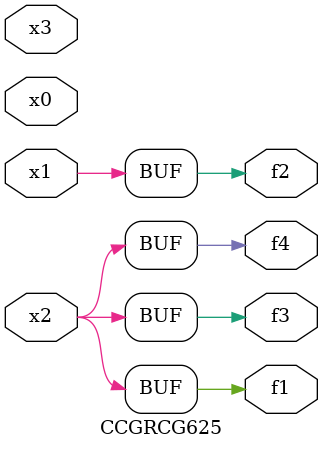
<source format=v>
module CCGRCG625(
	input x0, x1, x2, x3,
	output f1, f2, f3, f4
);
	assign f1 = x2;
	assign f2 = x1;
	assign f3 = x2;
	assign f4 = x2;
endmodule

</source>
